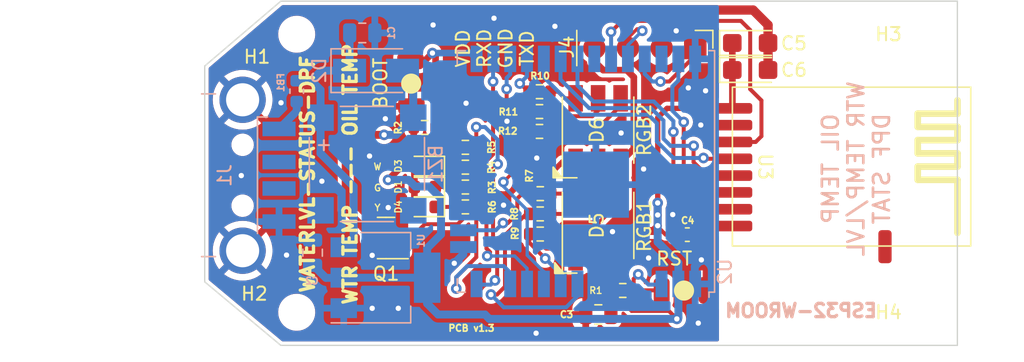
<source format=kicad_pcb>
(kicad_pcb (version 20211014) (generator pcbnew)
  (title_block (comment 4 "AISLER Project ID: KTAIEPWW"))
  (layers (0 "F.Cu" signal) (31 "B.Cu" signal) (34 "B.Paste" user) (35 "F.Paste" user) (36 "B.SilkS" user "B.Silkscreen") (37 "F.SilkS" user "F.Silkscreen") (38 "B.Mask" user) (39 "F.Mask" user) (44 "Edge.Cuts" user))
  (net 0 "")
  (net 1 "GND")
  (net 2 "/VIN")
  (net 3 "/3.3V")
  (net 4 "Net-(D1-Pad1)")
  (net 5 "Net-(BZ1-Pad2)")
  (net 6 "Net-(D3-Pad1)")
  (net 7 "Net-(D4-Pad1)")
  (net 8 "Net-(D5-Pad4)")
  (net 9 "Net-(D5-Pad5)")
  (net 10 "Net-(D5-Pad6)")
  (net 11 "Net-(D6-Pad4)")
  (net 12 "Net-(D6-Pad5)")
  (net 13 "Net-(D6-Pad6)")
  (net 14 "Net-(FB1-Pad1)")
  (net 17 "Net-(J2-Pad2)")
  (net 18 "Net-(J3-Pad2)")
  (net 19 "/STATUS_LED")
  (net 20 "Net-(Q1-Pad1)")
  (net 21 "/WATER_LED")
  (net 22 "/RGB1_G")
  (net 23 "/RGB1_R")
  (net 24 "/RGB1_B")
  (net 25 "/RGB2_G")
  (net 26 "/RGB2_R")
  (net 27 "/RGB2_B")
  (net 28 "Net-(J4-Pad1)")
  (net 29 "Net-(J4-Pad3)")
  (net 30 "/WARNING_BUZZER")
  (net 31 "/NRF_CSN")
  (net 32 "/NRF_SCK")
  (net 33 "/NRF_MOSI")
  (net 34 "/NRF_MISO")
  (net 38 "/NRF_CE")
  (net 40 "/DPF_LED")
  (footprint "mykicad_6:NRF24L01_SMD" (layer "F.Cu") (at 85.6068 25.796 -90)
    (fp_text reference "U3")
    (fp_text value "NRF24L01_SMD")
  )
  (footprint "Resistor_SMD:R_0603_1608Metric" (layer "F.Cu") (at 62.037489 21.640889)
    (fp_text reference "R11")
    (fp_text value "100")
  )
  (footprint "LED_SMD:LED_0603_1608Metric" (layer "F.Cu") (at 53.374989 28.840889 180)
    (fp_text reference "D4")
    (fp_text value "YELLOW_OIL_LED")
  )
  (footprint "MountingHole:MountingHole_2.2mm_M2_DIN965" (layer "F.Cu") (at 43.7 36.8)
    (fp_text reference "H2")
    (fp_text value "MountingHole")
  )
  (footprint "LED_SMD:LED_0603_1608Metric" (layer "F.Cu") (at 53.374989 27.340889 180)
    (fp_text reference "D1")
    (fp_text value "GREEN_LED")
  )
  (footprint "Resistor_SMD:R_0603_1608Metric" (layer "F.Cu") (at 56.437489 27.340889 180)
    (fp_text reference "R3")
    (fp_text value "220")
  )
  (footprint "Resistor_SMD:R_0603_1608Metric" (layer "F.Cu") (at 62.037489 23.140889)
    (fp_text reference "R12")
    (fp_text value "100")
  )
  (footprint "Resistor_SMD:R_0603_1608Metric" (layer "F.Cu") (at 62.037489 20.140889)
    (fp_text reference "R10")
    (fp_text value "100")
  )
  (footprint "LED_SMD:LED_0603_1608Metric" (layer "F.Cu") (at 53.374989 25.7556 180)
    (fp_text reference "D3")
    (fp_text value "WHITE_LED")
  )
  (footprint "MountingHole:MountingHole_2.2mm_M2_DIN965" (layer "F.Cu") (at 91.7 15.8)
    (fp_text reference "H3")
    (fp_text value "MountingHole")
  )
  (footprint "Resistor_SMD:R_0603_1608Metric" (layer "F.Cu") (at 56.437489 25.840889 180)
    (fp_text reference "R4")
    (fp_text value "220")
  )
  (footprint "Capacitor_Tantalum_SMD:CP_EIA-3216-18_Kemet-A" (layer "F.Cu") (at 77.95 16.46)
    (fp_text reference "C5")
    (fp_text value "22uF")
  )
  (footprint "Resistor_SMD:R_0603_1608Metric" (layer "F.Cu") (at 62.09 29.37)
    (fp_text reference "R8")
    (fp_text value "100")
  )
  (footprint "Resistor_SMD:R_0603_1608Metric" (layer "F.Cu") (at 62.095 27.84)
    (fp_text reference "R7")
    (fp_text value "100")
  )
  (footprint "Capacitor_SMD:C_0603_1608Metric" (layer "F.Cu") (at 73.2028 30.9372)
    (fp_text reference "C4")
    (fp_text value "100nF")
  )
  (footprint "Package_TO_SOT_SMD:SOT-23" (layer "F.Cu") (at 50.4444 31.1912 180)
    (fp_text reference "Q1")
    (fp_text value "BC848CLT1G")
  )
  (footprint "LED_SMD:LED_RGB_5050-6" (layer "F.Cu") (at 66.462489 23.040889 90)
    (fp_text reference "D6")
    (fp_text value "LED_RGB")
  )
  (footprint "Connector_PinHeader_2.54mm:PinHeader_1x04_P2.54mm_Vertical" (layer "F.Cu") (at 73.802489 16.840889 -90)
    (fp_text reference "J4")
    (fp_text value "UART")
  )
  (footprint "LED_SMD:LED_RGB_5050-6" (layer "F.Cu") (at 66.462489 30.240889 90)
    (fp_text reference "D5")
    (fp_text value "LED_RGB")
  )
  (footprint "Capacitor_Tantalum_SMD:CP_EIA-3216-18_Kemet-A" (layer "F.Cu") (at 77.95 18.5)
    (fp_text reference "C6")
    (fp_text value "22uF")
  )
  (footprint "MountingHole:MountingHole_2.2mm_M2_DIN965" (layer "F.Cu") (at 43.7 15.8)
    (fp_text reference "H1")
    (fp_text value "MountingHole")
  )
  (footprint "Resistor_SMD:R_0603_1608Metric" (layer "F.Cu") (at 56.437489 24.340889 180)
    (fp_text reference "R5")
    (fp_text value "100")
  )
  (footprint "Capacitor_SMD:C_0805_2012Metric" (layer "F.Cu") (at 66.48 36.97 180)
    (fp_text reference "C3")
    (fp_text value "10uF")
  )
  (footprint "my_kicad:B3U-1000P_Button" (layer "F.Cu") (at 72.962489 35.140889 180)
    (fp_text reference "J2" hide)
    (fp_text value "RST")
  )
  (footprint "MountingHole:MountingHole_2.2mm_M2_DIN965" (layer "F.Cu") (at 91.7 36.8)
    (fp_text reference "H4")
    (fp_text value "MountingHole")
  )
  (footprint "my_kicad:B3U-1000P_Button" (layer "F.Cu") (at 52.362489 19.540889 90)
    (fp_text reference "J3" hide)
    (fp_text value "BOOT")
  )
  (footprint "Resistor_SMD:R_0603_1608Metric" (layer "F.Cu") (at 62.09 30.89)
    (fp_text reference "R9")
    (fp_text value "100")
  )
  (footprint "Resistor_SMD:R_0603_1608Metric" (layer "F.Cu") (at 53.362489 22.840889)
    (fp_text reference "R2")
    (fp_text value "10k")
  )
  (footprint "Resistor_SMD:R_0603_1608Metric" (layer "F.Cu") (at 56.437489 28.840889 180)
    (fp_text reference "R6")
    (fp_text value "220")
  )
  (footprint "Resistor_SMD:R_0603_1608Metric" (layer "F.Cu") (at 68.326 35.1536)
    (fp_text reference "R1")
    (fp_text value "10k")
  )
  (footprint "Capacitor_SMD:C_0805_2012Metric" (layer "B.Cu") (at 44.9 32.3 -90)
    (fp_text reference "C2")
    (fp_text value "10uF")
  )
  (footprint "RF_Module:ESP32-WROOM-32U" (layer "B.Cu") (at 65.54 26.16 90)
    (fp_text reference "U2")
    (fp_text value "ESP32-WROOM-32")
  )
  (footprint "Diode_SMD:D_SMA" (layer "B.Cu") (at 49.69 18.55)
    (fp_text reference "D2")
    (fp_text value "D")
  )
  (footprint "Buzzer_Beeper:PUIAudio_SMT_0825_S_4_R" (layer "B.Cu") (at 49 25.6 -90)
    (fp_text reference "BZ1")
    (fp_text value "Buzzer")
  )
  (footprint "mykicad_6:USB_A_CNCTech_1001-011-01101_Horizontal" (layer "B.Cu") (at 32.7134 26.45 180)
    (fp_text reference "J1")
    (fp_text value "USB_A")
  )
  (footprint "Inductor_SMD:L_0603_1608Metric" (layer "B.Cu") (at 43.7 20.1 90)
    (fp_text reference "FB1")
    (fp_text value "FerriteBead_Small")
  )
  (footprint "Package_TO_SOT_SMD:SOT-223-3_TabPin2" (layer "B.Cu") (at 50.4 34.1884)
    (fp_text reference "U1")
    (fp_text value "NCP1117-3.3_DPAK")
  )
  (footprint "Capacitor_SMD:C_0805_2012Metric" (layer "B.Cu") (at 48.65 15.7 180)
    (fp_text reference "C1")
    (fp_text value "10uF")
  )
  (gr_poly (pts (xy 63.825 33.85) (xy 63.2 33.85) (xy 63.2 33.075)) (layer "F.SilkS") (width 0.15) (fill solid))
  (gr_poly (pts (xy 63.7 26.625) (xy 63.075 26.625) (xy 63.075 25.85)) (layer "F.SilkS") (width 0.15) (fill solid))
  (gr_line (start 93.6 39.3) (end 93.6 13.3) (layer "Edge.Cuts") (width 0.1))
  (gr_line (start 36.75 34.5) (end 36.75 18.2) (layer "Edge.Cuts") (width 0.1))
  (gr_line (start 93.6 13.3) (end 42.5 13.3) (layer "Edge.Cuts") (width 0.1))
  (gr_line (start 36.75 18.2) (end 42.5 13.3) (layer "Edge.Cuts") (width 0.1))
  (gr_line (start 93.6 39.3) (end 42.5 39.3) (layer "Edge.Cuts") (width 0.1))
  (gr_line (start 42.5 39.3) (end 36.75 34.5) (layer "Edge.Cuts") (width 0.1))
  (gr_text "OIL TEMP\nWTR TEMP/LVL\nDPF STAT" (at 85.95 25.96 90) (layer "B.SilkS") (effects (font (size 1.2 1.2) (thickness 0.2)) (justify mirror)))
  (gr_text "ESP32-WROOM\n" (at 81.788 36.6776) (layer "B.SilkS") (effects (font (size 1 1) (thickness 0.25)) (justify mirror)))
  (gr_text "RGB2" (at 69.95 23.025 90) (layer "F.SilkS") (effects (font (size 1 1))))
  (gr_text "W" (at 49.8 25.8) (layer "F.SilkS") (effects (font (size 0.5 0.5) (thickness 0.1))))
  (gr_text "RST\n" (at 72.21 32.75) (layer "F.SilkS") (effects (font (size 1 1))))
  (gr_text "VDD\nRXD\nGND\nTXD\n" (at 58.674 16.8656 90) (layer "F.SilkS") (effects (font (size 1 1))))
  (gr_text "G\n" (at 49.8 27.4) (layer "F.SilkS") (effects (font (size 0.5 0.5) (thickness 0.1))))
  (gr_text "BOOT" (at 50.02 19.51 90) (layer "F.SilkS") (effects (font (size 1 1))))
  (gr_text "PCB v1.3" (at 56.896 38) (layer "F.SilkS") (effects (font (size 0.5 0.5) (thickness 0.125))))
  (gr_text "Y" (at 49.8 28.9) (layer "F.SilkS") (effects (font (size 0.5 0.5) (thickness 0.1))))
  (gr_text "RGB1\n" (at 69.95 30.275 90) (layer "F.SilkS") (effects (font (size 1 1))))
  (gr_text "WATERLVL-STATUS-DPF\n\nWTR TEMP --- OIL TEMP" (at 46.1264 26.3652 90) (layer "F.SilkS") (effects (font (size 1 1) (thickness 0.25))))
  (segment (start 73.6 29.64) (end 73.38 29.42) (width 0.25) (layer "F.Cu") (net 1))
  (segment (start 78.17 13.97) (end 75.06 13.97) (width 0.7) (layer "F.Cu") (net 1))
  (segment (start 73.9778 30.0178) (end 73.6 29.64) (width 0.25) (layer "F.Cu") (net 1))
  (segment (start 50.3936 22.183502) (end 51.419876 22.183502) (width 0.5) (layer "F.Cu") (net 1))
  (segment (start 50.61 28.89) (end 51.3819 29.6619) (width 0.3) (layer "F.Cu") (net 1))
  (segment (start 71.262489 16.640889) (end 72.362489 15.540889) (width 0.3) (layer "F.Cu") (net 1))
  (segment (start 79.3 15.1) (end 78.17 13.97) (width 0.7) (layer "F.Cu") (net 1))
  (segment (start 74.228 22.666) (end 74.2188 22.6568) (width 0.5) (layer "F.Cu") (net 1))
  (segment (start 74.662489 35.140889) (end 74.662489 36.987511) (width 0.6) (layer "F.Cu") (net 1))
  (segment (start 76.6068 22.666) (end 74.228 22.666) (width 0.5) (layer "F.Cu") (net 1))
  (segment (start 51.3819 29.6619) (end 51.3819 30.2412) (width 0.3) (layer "F.Cu") (net 1))
  (segment (start 79.3 18.5) (end 79.3 16.45) (width 0.7) (layer "F.Cu") (net 1))
  (segment (start 74.662489 35.140889) (end 74.662489 33.240889) (width 0.6) (layer "F.Cu") (net 1))
  (segment (start 73.9778 30.9372) (end 73.9778 30.0178) (width 0.25) (layer "F.Cu") (net 1))
  (segment (start 71.262489 16.840889) (end 71.262489 16.640889) (width 0.3) (layer "F.Cu") (net 1))
  (segment (start 51.419876 22.183502) (end 52.362489 21.240889) (width 0.5) (layer "F.Cu") (net 1))
  (segment (start 73.38 29.42) (end 72.1 29.42) (width 0.25) (layer "F.Cu") (net 1))
  (segment (start 74.662489 33.240889) (end 74.262489 32.840889) (width 0.6) (layer "F.Cu") (net 1))
  (segment (start 74.662489 36.987511) (end 73.91 37.86) (width 0.6) (layer "F.Cu") (net 1))
  (segment (start 79.3 16.45) (end 79.3 15.1) (width 0.7) (layer "F.Cu") (net 1))
  (via (at 49.2 25) (size 0.8) (drill 0.4) (layers "F.Cu" "B.Cu") (net 1))
  (via (at 73.276489 19.852889) (size 0.8) (drill 0.4) (layers "F.Cu" "B.Cu") (net 1))
  (via (at 72.362489 15.540889) (size 0.8) (drill 0.4) (layers "F.Cu" "B.Cu") (net 1))
  (via (at 59.58 22.37) (size 0.8) (drill 0.4) (layers "F.Cu" "B.Cu") (net 1))
  (via (at 42.93 32.48) (size 0.8) (drill 0.4) (layers "F.Cu" "B.Cu") (net 1))
  (via (at 51.37 36.5) (size 0.8) (drill 0.4) (layers "F.Cu" "B.Cu") (net 1))
  (via (at 72.1 29.42) (size 0.8) (drill 0.4) (layers "F.Cu" "B.Cu") (net 1))
  (via (at 74.2188 22.6568) (size 0.8) (drill 0.4) (layers "F.Cu" "B.Cu") (net 1))
  (via (at 55.6 33.1) (size 0.8) (drill 0.4) (layers "F.Cu" "B.Cu") (net 1))
  (via (at 39.5134 26.475) (size 0.8) (drill 0.4) (layers "F.Cu" "B.Cu") (net 1))
  (via (at 56.49 21.01) (size 0.8) (drill 0.4) (layers "F.Cu" "B.Cu") (net 1))
  (via (at 45.6 26.9) (size 0.8) (drill 0.4) (layers "F.Cu" "B.Cu") (net 1))
  (via (at 63.2 15.2) (size 0.8) (drill 0.4) (layers "F.Cu" "B.Cu") (net 1))
  (via (at 58.6 14.59) (size 0.8) (drill 0.4) (layers "F.Cu" "B.Cu") (net 1))
  (via (at 50.3936 22.183502) (size 0.8) (drill 0.4) (layers "F.Cu" "B.Cu") (net 1))
  (via (at 50.61 28.89) (size 0.8) (drill 0.4) (layers "F.Cu" "B.Cu") (net 1))
  (via (at 49.4 32.5) (size 0.8) (drill 0.4) (layers "F.Cu" "B.Cu") (net 1))
  (via (at 68.2 23.26) (size 0.8) (drill 0.4) (layers "F.Cu" "B.Cu") (net 1))
  (via (at 59.32 28.71) (size 0.8) (drill 0.4) (layers "F.Cu" "B.Cu") (net 1))
  (via (at 42.5134 20.975) (size 0.8) (drill 0.4) (layers "F.Cu" "B.Cu") (net 1))
  (via (at 69.9 25.98) (size 0.8) (drill 0.4) (layers "F.Cu" "B.Cu") (net 1))
  (via (at 61.83 25.15) (size 0.8) (drill 0.4) (layers "F.Cu" "B.Cu") (net 1))
  (via (at 74.262489 32.840889) (size 0.8) (drill 0.4) (layers "F.Cu" "B.Cu") (net 1))
  (via (at 49.4 36.5) (size 0.8) (drill 0.4) (layers "F.Cu" "B.Cu") (net 1))
  (via (at 67.55 30.71) (size 0.8) (drill 0.4) (layers "F.Cu" "B.Cu") (net 1))
  (via (at 74.58 20.07) (size 0.8) (drill 0.4) (layers "F.Cu" "B.Cu") (net 1))
  (via (at 70.275 32.7) (size 0.8) (drill 0.4) (layers "F.Cu" "B.Cu") (net 1))
  (via (at 74.03 37.62) (size 0.8) (drill 0.4) (layers "F.Cu" "B.Cu") (net 1))
  (via (at 54 15.1) (size 0.8) (drill 0.4) (layers "F.Cu" "B.Cu") (net 1))
  (via (at 61.78 38.38) (size 0.8) (drill 0.4) (layers "F.Cu" "B.Cu") (net 1))
  (segment (start 73.767489 35.165889) (end 73.767489 33.335889) (width 0.6) (layer "B.Cu") (net 1))
  (segment (start 56.277 32.423) (end 55.6 33.1) (width 0.6) (layer "B.Cu") (net 1))
  (segment (start 73.767489 33.335889) (end 74.262489 32.840889) (width 0.6) (layer "B.Cu") (net 1))
  (segment (start 73.795 19.334378) (end 73.276489 19.852889) (width 0.3) (layer "B.Cu") (net 1))
  (segment (start 56.277 31.9278) (end 56.277 32.423) (width 0.6) (layer "B.Cu") (net 1))
  (segment (start 73.795 17.66) (end 73.795 19.334378) (width 0.3) (layer "B.Cu") (net 1))
  (segment (start 43.7125 19.3) (end 43.7 19.3125) (width 0.6) (layer "B.Cu") (net 2))
  (segment (start 45.5 22.1) (end 45.5 20) (width 0.6) (layer "B.Cu") (net 2))
  (segment (start 48 27.3) (end 48 31.1384) (width 0.6) (layer "B.Cu") (net 2))
  (segment (start 45.5 24.8) (end 48 27.3) (width 0.6) (layer "B.Cu") (net 2))
  (segment (start 47.69 15.71) (end 47.7 15.7) (width 0.6) (layer "B.Cu") (net 2))
  (segment (start 45.5 20) (end 44.8 19.3) (width 0.6) (layer "B.Cu") (net 2))
  (segment (start 44.8 19.3) (end 43.7125 19.3) (width 0.6) (layer "B.Cu") (net 2))
  (segment (start 45.5 22.1) (end 45.5 24.8) (width 0.6) (layer "B.Cu") (net 2))
  (segment (start 48 31.1384) (end 47.25 31.8884) (width 0.6) (layer "B.Cu") (net 2))
  (segment (start 45.55 18.55) (end 44.8 19.3) (width 0.6) (layer "B.Cu") (net 2))
  (segment (start 47.69 18.55) (end 45.55 18.55) (width 0.6) (layer "B.Cu") (net 2))
  (segment (start 47.69 18.55) (end 47.69 15.71) (width 0.6) (layer "B.Cu") (net 2))
  (segment (start 66.182489 17.842489) (end 66.85 18.51) (width 0.5) (layer "F.Cu") (net 3))
  (segment (start 69 36.7) (end 67.501 35.201) (width 0.3) (layer "F.Cu") (net 3))
  (segment (start 71.81 36.7) (end 69 36.7) (width 0.3) (layer "F.Cu") (net 3))
  (segment (start 62.55 31.94) (end 64.0616 31.94) (width 0.4) (layer "F.Cu") (net 3))
  (segment (start 70.962489 29.557511) (end 70.962489 28.540889) (width 0.6) (layer "F.Cu") (net 3))
  (segment (start 64.0616 31.94) (end 64.762489 32.640889) (width 0.4) (layer "F.Cu") (net 3))
  (segment (start 69.4 30.66) (end 70.64 30.66) (width 0.6) (layer "F.Cu") (net 3))
  (segment (start 76.6 16.45) (end 76.6 18.5) (width 0.5) (layer "F.Cu") (net 3))
  (segment (start 68.162489 31.897511) (end 69.4 30.66) (width 0.6) (layer "F.Cu") (net 3))
  (segment (start 76.6068 18.5068) (end 76.6 18.5) (width 0.5) (layer "F.Cu") (net 3))
  (segment (start 67.43 35.2246) (end 67.43 36.97) (width 0.3) (layer "F.Cu") (net 3))
  (segment (start 76.6068 21.396) (end 76.6068 18.5068) (width 0.5) (layer "F.Cu") (net 3))
  (segment (start 66.462489 25.440889) (end 68.162489 25.440889) (width 0.4) (layer "F.Cu") (net 3))
  (segment (start 52.537489 25.7056) (end 52.587489 25.7556) (width 0.5) (layer "F.Cu") (net 3))
  (segment (start 62.09 27.12) (end 62.09 31.48) (width 0.4) (layer "F.Cu") (net 3))
  (segment (start 52.587489 25.7556) (end 52.587489 27.340889) (width 0.5) (layer "F.Cu") (net 3))
  (segment (start 66.85 18.51) (end 68.63 18.51) (width 0.5) (layer "F.Cu") (net 3))
  (segment (start 70.9676 22.098) (end 70.9676 28.535778) (width 0.4) (layer "F.Cu") (net 3))
  (segment (start 70.64 30.66) (end 70.962489 30.337511) (width 0.6) (layer "F.Cu") (net 3))
  (segment (start 71.6696 21.396) (end 70.9676 22.098) (width 0.4) (layer "F.Cu") (net 3))
  (segment (start 66.182489 16.840889) (end 66.182489 17.842489) (width 0.5) (layer "F.Cu") (net 3))
  (segment (start 68.162489 32.640889) (end 66.462489 32.640889) (width 0.6) (layer "F.Cu") (net 3))
  (segment (start 69.162489 19.042489) (end 69.162489 24.440889) (width 0.5) (layer "F.Cu") (net 3))
  (segment (start 68.162489 32.640889) (end 68.162489 31.897511) (width 0.6) (layer "F.Cu") (net 3))
  (segment (start 71.562178 30.9372) (end 70.962489 30.337511) (width 0.3) (layer "F.Cu") (net 3))
  (segment (start 76.6068 21.396) (end 71.6696 21.396) (width 0.4) (layer "F.Cu") (net 3))
  (segment (start 51.6444 25.7556) (end 52.587489 25.7556) (width 0.5) (layer "F.Cu") (net 3))
  (segment (start 67.501 35.201) (end 67.501 35.1536) (width 0.3) (layer "F.Cu") (net 3))
  (segment (start 50.6 26.8) (end 51.6444 25.7556) (width 0.5) (layer "F.Cu") (net 3))
  (segment (start 72.4278 30.9372) (end 71.562178 30.9372) (width 0.3) (layer "F.Cu") (net 3))
  (segment (start 67.501 35.1536) (end 67.43 35.2246) (width 0.3) (layer "F.Cu") (net 3))
  (segment (start 70.962489 30.337511) (end 70.962489 30.257511) (width 0.6) (layer "F.Cu") (net 3))
  (segment (start 52.537489 22.840889) (end 52.537489 25.7056) (width 0.5) (layer "F.Cu") (net 3))
  (segment (start 70.962489 30.257511) (end 70.962489 29.557511) (width 0.6) (layer "F.Cu") (net 3))
  (segment (start 68.63 18.51) (end 69.162489 19.042489) (width 0.5) (layer "F.Cu") (net 3))
  (segment (start 72.41 37.3) (end 71.81 36.7) (width 0.3) (layer "F.Cu") (net 3))
  (segment (start 64.762489 32.640889) (end 66.462489 32.640889) (width 0.6) (layer "F.Cu") (net 3))
  (segment (start 52.587489 28.840889) (end 52.587489 27.340889) (width 0.5) (layer "F.Cu") (net 3))
  (segment (start 69.162489 24.440889) (end 68.162489 25.440889) (width 0.5) (layer "F.Cu") (net 3))
  (segment (start 70.9676 28.535778) (end 70.962489 28.540889) (width 0.4) (layer "F.Cu") (net 3))
  (segment (start 63.769111 25.440889) (end 62.09 27.12) (width 0.4) (layer "F.Cu") (net 3))
  (segment (start 62.09 31.48) (end 62.55 31.94) (width 0.4) (layer "F.Cu") (net 3))
  (segment (start 64.762489 25.440889) (end 63.769111 25.440889) (width 0.4) (layer "F.Cu") (net 3))
  (segment (start 64.762489 25.440889) (end 66.462489 25.440889) (width 0.4) (layer "F.Cu") (net 3))
  (via (at 70.962489 30.257511) (size 0.6) (drill 0.4) (layers "F.Cu" "B.Cu") (net 3))
  (via (at 50.6 26.8) (size 0.8) (drill 0.4) (layers "F.Cu" "B.Cu") (net 3))
  (via (at 72.41 37.3) (size 0.8) (drill 0.4) (layers "F.Cu" "B.Cu") (net 3))
  (via (at 70.962489 29.45) (size 0.6) (drill 0.4) (layers "F.Cu" "B.Cu") (net 3))
  (via (at 70.962489 28.540889) (size 0.8) (drill 0.4) (layers "F.Cu" "B.Cu") (net 3))
  (segment (start 72.53 37.18) (end 72.53 34.665) (width 0.6) (layer "B.Cu") (net 3))
  (segment (start 52.6492 27.3) (end 53.699022 27.3) (width 0.6) (layer "B.Cu") (net 3))
  (segment (start 72.525 33.06) (end 70.962489 31.497489) (width 0.6) (layer "B.Cu") (net 3))
  (segment (start 50.6 26.8) (end 52.1492 26.8) (width 0.6) (layer "B.Cu") (net 3))
  (segment (start 70.962489 31.497489) (end 70.962489 28.540889) (width 0.6) (layer "B.Cu") (net 3))
  (segment (start 47.2384 34.2) (end 47.25 34.1884) (width 0.6) (layer "B.Cu") (net 3))
  (segment (start 52.1492 26.8) (end 52.6492 27.3) (width 0.6) (layer "B.Cu") (net 3))
  (segment (start 53.55 36.14) (end 53.55 34.1884) (width 0.6) (layer "B.Cu") (net 3))
  (segment (start 45.9 34.2) (end 47.2384 34.2) (width 0.6) (layer "B.Cu") (net 3))
  (segment (start 72.525 34.66) (end 72.525 33.06) (width 0.6) (layer "B.Cu") (net 3))
  (segment (start 54.38 36.97) (end 53.55 36.14) (width 0.6) (layer "B.Cu") (net 3))
  (segment (start 54.6 30.91) (end 53.55 31.96) (width 0.6) (layer "B.Cu") (net 3))
  (segment (start 53.699022 27.3) (end 54.6 28.200978) (width 0.6) (layer "B.Cu") (net 3))
  (segment (start 54.6 28.200978) (end 54.6 30.91) (width 0.6) (layer "B.Cu") (net 3))
  (segment (start 72.41 37.3) (end 72.53 37.18) (width 0.6) (layer "B.Cu") (net 3))
  (segment (start 72.41 37.3) (end 58.25 37.3) (width 0.6) (layer "B.Cu") (net 3))
  (segment (start 47.25 34.1884) (end 53.55 34.1884) (width 0.6) (layer "B.Cu") (net 3))
  (segment (start 44.95 33.25) (end 45.9 34.2) (width 0.6) (layer "B.Cu") (net 3))
  (segment (start 58.25 37.3) (end 57.92 36.97) (width 0.6) (layer "B.Cu") (net 3))
  (segment (start 53.55 31.96) (end 53.55 34.1884) (width 0.6) (layer "B.Cu") (net 3))
  (segment (start 44.9 33.25) (end 44.95 33.25) (width 0.6) (layer "B.Cu") (net 3))
  (segment (start 57.92 36.97) (end 54.38 36.97) (width 0.6) (layer "B.Cu") (net 3))
  (segment (start 54.162489 27.340889) (end 55.612489 27.340889) (width 0.3) (layer "F.Cu") (net 4))
  (segment (start 47.4 24.5) (end 47.4 29.0843) (width 0.6) (layer "F.Cu") (net 5))
  (segment (start 47.4 29.0843) (end 49.5069 31.1912) (width 0.6) (layer "F.Cu") (net 5))
  (segment (start 50.3 23.4) (end 48.5 23.4) (width 0.6) (layer "F.Cu") (net 5))
  (segment (start 48.5 23.4) (end 47.4 24.5) (width 0.6) (layer "F.Cu") (net 5))
  (via (at 50.3 23.4) (size 0.8) (drill 0.4) (layers "F.Cu" "B.Cu") (net 5))
  (segment (start 51.69 18.55) (end 52.5 19.36) (width 0.6) (layer "B.Cu") (net 5))
  (segment (start 52.5 19.36) (end 52.5 22.1) (width 0.6) (layer "B.Cu") (net 5))
  (segment (start 52.5 22.1) (end 51.2 23.4) (width 0.6) (layer "B.Cu") (net 5))
  (segment (start 51.2 23.4) (end 50.3 23.4) (width 0.6) (layer "B.Cu") (net 5))
  (segment (start 54.856311 24.340889) (end 55.612489 24.340889) (width 0.5) (layer "F.Cu") (net 6))
  (segment (start 54.162489 25.034711) (end 54.856311 24.340889) (width 0.5) (layer "F.Cu") (net 6))
  (segment (start 54.162489 25.7556) (end 54.162489 25.034711) (width 0.5) (layer "F.Cu") (net 6))
  (segment (start 55.612489 28.840889) (end 54.162489 28.840889) (width 0.3) (layer "F.Cu") (net 7))
  (segment (start 68.162489 28.390889) (end 68.162489 27.840889) (width 0.3) (layer "F.Cu") (net 8))
  (segment (start 66.543378 30.01) (end 68.162489 28.390889) (width 0.3) (layer "F.Cu") (net 8))
  (segment (start 63.86 30.01) (end 66.543378 30.01) (width 0.3) (layer "F.Cu") (net 8))
  (segment (start 62.915 30.89) (end 62.98 30.89) (width 0.3) (layer "F.Cu") (net 8))
  (segment (start 62.98 30.89) (end 63.86 30.01) (width 0.3) (layer "F.Cu") (net 8))
  (segment (start 62.915 29.37) (end 66.04 29.37) (width 0.3) (layer "F.Cu") (net 9))
  (segment (start 66.04 29.37) (end 66.462489 28.947511) (width 0.3) (layer "F.Cu") (net 9))
  (segment (start 66.462489 28.947511) (end 66.462489 27.840889) (width 0.3) (layer "F.Cu") (net 9))
  (segment (start 64.7616 27.84) (end 64.762489 27.840889) (width 0.3) (layer "F.Cu") (net 10))
  (segment (start 62.92 27.84) (end 64.7616 27.84) (width 0.3) (layer "F.Cu") (net 10))
  (segment (start 62.862489 23.140889) (end 63.329111 23.140889) (width 0.3) (layer "F.Cu") (net 11))
  (segment (start 68.162489 21.190889) (end 68.162489 20.640889) (width 0.3) (layer "F.Cu") (net 11))
  (segment (start 66.643378 22.71) (end 68.162489 21.190889) (width 0.3) (layer "F.Cu") (net 11))
  (segment (start 63.76 22.71) (end 66.643378 22.71) (width 0.3) (layer "F.Cu") (net 11))
  (segment (start 63.329111 23.140889) (end 63.76 22.71) (width 0.3) (layer "F.Cu") (net 11))
  (segment (start 63.920889 21.990889) (end 66.029111 21.990889) (width 0.3) (layer "F.Cu") (net 12))
  (segment (start 63.570889 21.640889) (end 63.920889 21.990889) (width 0.3) (layer "F.Cu") (net 12))
  (segment (start 63.570889 21.640889) (end 62.862489 21.640889) (width 0.3) (layer "F.Cu") (net 12))
  (segment (start 66.462489 21.557511) (end 66.462489 20.640889) (width 0.3) (layer "F.Cu") (net 12))
  (segment (start 66.029111 21.990889) (end 66.462489 21.557511) (width 0.3) (layer "F.Cu") (net 12))
  (segment (start 63.950889 20.640889) (end 64.762489 20.640889) (width 0.3) (layer "F.Cu") (net 13))
  (segment (start 63.450889 20.140889) (end 63.950889 20.640889) (width 0.3) (layer "F.Cu") (net 13))
  (segment (start 62.862489 20.140889) (end 63.450889 20.140889) (width 0.3) (layer "F.Cu") (net 13))
  (segment (start 43.7 20.8875) (end 43.7 21.6134) (width 0.6) (layer "B.Cu") (net 14))
  (segment (start 43.7 21.6134) (end 42.3634 22.95) (width 0.6) (layer "B.Cu") (net 14))
  (segment (start 71.192489 35.140889) (end 71.262489 35.210889) (width 0.3) (layer "F.Cu") (net 17))
  (segment (start 69.4944 33.9344) (end 69.151 34.2778) (width 0.3) (layer "F.Cu") (net 17))
  (segment (start 69.262489 35.140889) (end 71.192489 35.140889) (width 0.3) (layer "F.Cu") (net 17))
  (segment (start 69.151 34.2778) (end 69.151 35.1536) (width 0.3) (layer "F.Cu") (net 17))
  (via (at 69.4944 33.9344) (size 0.8) (drill 0.4) (layers "F.Cu" "B.Cu") (net 17))
  (segment (start 69.4944 33.9344) (end 70.27 34.71) (width 0.3) (layer "B.Cu") (net 17))
  (segment (start 70.27 34.71) (end 71.2442 34.71) (width 0.3) (layer "B.Cu") (net 17))
  (segment (start 53.329911 17.840889) (end 52.292489 17.840889) (width 0.5) (layer "F.Cu") (net 18))
  (segment (start 54.187489 17.459089) (end 54.187489 22.840889) (width 0.5) (layer "F.Cu") (net 18))
  (segment (start 53.9496 17.2212) (end 54.187489 17.459089) (width 0.5) (layer "F.Cu") (net 18))
  (segment (start 53.9496 17.2212) (end 53.329911 17.840889) (width 0.5) (layer "F.Cu") (net 18))
  (via (at 53.9496 17.2212) (size 0.8) (drill 0.4) (layers "F.Cu" "B.Cu") (net 18))
  (segment (start 56.8462 17.2212) (end 57.285 17.66) (width 0.5) (layer "B.Cu") (net 18))
  (segment (start 53.9496 17.2212) (end 56.8462 17.2212) (width 0.5) (layer "B.Cu") (net 18))
  (segment (start 58.03 31.979057) (end 58.03 27.7084) (width 0.3) (layer "F.Cu") (net 19))
  (segment (start 57.662489 27.340889) (end 57.262489 27.340889) (width 0.3) (layer "F.Cu") (net 19))
  (segment (start 58.03 27.7084) (end 57.662489 27.340889) (width 0.3) (layer "F.Cu") (net 19))
  (segment (start 58.09 32.476835) (end 58.308889 32.257946) (width 0.25) (layer "F.Cu") (net 19))
  (segment (start 58.09 32.55) (end 58.09 32.476835) (width 0.25) (layer "F.Cu") (net 19))
  (segment (start 58.308889 32.257946) (end 58.03 31.979057) (width 0.3) (layer "F.Cu") (net 19))
  (via (at 58.09 32.55) (size 0.8) (drill 0.4) (layers "F.Cu" "B.Cu") (net 19))
  (segment (start 61.095 34.66) (end 61.095 33.485) (width 0.25) (layer "B.Cu") (net 19))
  (segment (start 60.16 32.55) (end 58.09 32.55) (width 0.25) (layer "B.Cu") (net 19))
  (segment (start 61.095 33.485) (end 60.16 32.55) (width 0.25) (layer "B.Cu") (net 19))
  (segment (start 56.43 26.6584) (end 56.43 29.5744) (width 0.3) (layer "F.Cu") (net 20))
  (segment (start 55.855809 30.148591) (end 53.374509 30.148591) (width 0.3) (layer "F.Cu") (net 20))
  (segment (start 53.374509 30.148591) (end 51.3819 32.1412) (width 0.3) (layer "F.Cu") (net 20))
  (segment (start 56.43 29.5744) (end 55.855809 30.148591) (width 0.3) (layer "F.Cu") (net 20))
  (segment (start 55.612489 25.840889) (end 56.43 26.6584) (width 0.3) (layer "F.Cu") (net 20))
  (segment (start 58.84 32.081951) (end 58.53 31.771951) (width 0.3) (layer "F.Cu") (net 21))
  (segment (start 58.674 34.3916) (end 58.84 34.2256) (width 0.3) (layer "F.Cu") (net 21))
  (segment (start 58.84 34.2256) (end 58.84 32.081951) (width 0.3) (layer "F.Cu") (net 21))
  (segment (start 58.53 25.9504) (end 58.8772 25.6032) (width 0.3) (layer "F.Cu") (net 21))
  (segment (start 58.53 31.771951) (end 58.53 25.9504) (width 0.3) (layer "F.Cu") (net 21))
  (segment (start 57.26 22.81) (end 57.262489 22.812489) (width 0.3) (layer "F.Cu") (net 21))
  (segment (start 57.262489 22.812489) (end 57.262489 24.340889) (width 0.3) (layer "F.Cu") (net 21))
  (via (at 58.8772 25.6032) (size 0.8) (drill 0.4) (layers "F.Cu" "B.Cu") (net 21))
  (via (at 57.26 22.81) (size 0.8) (drill 0.4) (layers "F.Cu" "B.Cu") (net 21))
  (via (at 58.674 34.3916) (size 0.8) (drill 0.4) (layers "F.Cu" "B.Cu") (net 21))
  (segment (start 57.26 22.81) (end 57.92 22.81) (width 0.3) (layer "B.Cu") (net 21))
  (segment (start 57.277 34.7128) (end 58.3528 34.7128) (width 0.3) (layer "B.Cu") (net 21))
  (segment (start 58.3528 34.7128) (end 58.674 34.3916) (width 0.3) (layer "B.Cu") (net 21))
  (segment (start 58.8772 23.7672) (end 58.8772 25.6032) (width 0.3) (layer "B.Cu") (net 21))
  (segment (start 57.92 22.81) (end 58.8772 23.7672) (width 0.3) (layer "B.Cu") (net 21))
  (segment (start 59.2795 30.06) (end 59.642894 30.06) (width 0.3) (layer "F.Cu") (net 22))
  (segment (start 60.36 29.342894) (end 60.36 28.21) (width 0.3) (layer "F.Cu") (net 22))
  (segment (start 59.642894 30.06) (end 60.36 29.342894) (width 0.3) (layer "F.Cu") (net 22))
  (segment (start 60.73 27.84) (end 61.27 27.84) (width 0.3) (layer "F.Cu") (net 22))
  (segment (start 60.36 28.21) (end 60.73 27.84) (width 0.3) (layer "F.Cu") (net 22))
  (via (at 59.2795 30.06) (size 0.8) (drill 0.4) (layers "F.Cu" "B.Cu") (net 22))
  (segment (start 58.7345 30.605) (end 56.285 30.605) (width 0.3) (layer "B.Cu") (net 22))
  (segment (start 59.2795 30.06) (end 58.7345 30.605) (width 0.3) (layer "B.Cu") (net 22))
  (segment (start 59.43 30.98) (end 61.04 29.37) (width 0.3) (layer "F.Cu") (net 23))
  (segment (start 61.04 29.37) (end 61.265 29.37) (width 0.3) (layer "F.Cu") (net 23))
  (segment (start 58.827908 35.462092) (end 59.43 34.86) (width 0.3) (layer "F.Cu") (net 23))
  (segment (start 59.43 34.86) (end 59.43 30.98) (width 0.3) (layer "F.Cu") (net 23))
  (segment (start 58.370486 35.462092) (end 58.827908 35.462092) (width 0.3) (layer "F.Cu") (net 23))
  (via (at 58.370486 35.462092) (size 0.8) (drill 0.4) (layers "F.Cu" "B.Cu") (net 23))
  (segment (start 64.905 34.66) (end 64.905 35.57057) (width 0.3) (layer "B.Cu") (net 23))
  (segment (start 59.331994 36.4236) (end 58.370486 35.462092) (width 0.3) (layer "B.Cu") (net 23))
  (segment (start 64.05197 36.4236) (end 59.331994 36.4236) (width 0.3) (layer "B.Cu") (net 23))
  (segment (start 64.905 35.57057) (end 64.05197 36.4236) (width 0.3) (layer "B.Cu") (net 23))
  (segment (start 62.47 32.74) (end 61.265 31.535) (width 0.3) (layer "F.Cu") (net 24))
  (segment (start 61.265 31.535) (end 61.265 30.89) (width 0.3) (layer "F.Cu") (net 24))
  (via (at 62.47 32.74) (size 0.8) (drill 0.4) (layers "F.Cu" "B.Cu") (net 24))
  (segment (start 63.635 33.905) (end 63.635 34.66) (width 0.3) (layer "B.Cu") (net 24))
  (segment (start 62.47 32.74) (end 63.635 33.905) (width 0.3) (layer "B.Cu") (net 24))
  (segment (start 60.546989 19.52112) (end 60.59272 19.52112) (width 0.3) (layer "F.Cu") (net 25))
  (segment (start 60.59272 19.52112) (end 61.212489 20.140889) (width 0.3) (layer "F.Cu") (net 25))
  (via (at 60.546989 19.52112) (size 0.8) (drill 0.4) (layers "F.Cu" "B.Cu") (net 25))
  (segment (start 61.087 18.981109) (end 60.546989 19.52112) (width 0.3) (layer "B.Cu") (net 25))
  (segment (start 61.087 17.7128) (end 61.087 18.981109) (width 0.3) (layer "B.Cu") (net 25))
  (segment (start 59.555878 19.930512) (end 59.555878 21.034278) (width 0.3) (layer "F.Cu") (net 26))
  (segment (start 60.162489 21.640889) (end 61.212489 21.640889) (width 0.3) (layer "F.Cu") (net 26))
  (segment (start 59.555878 21.034278) (end 60.162489 21.640889) (width 0.3) (layer "F.Cu") (net 26))
  (via (at 59.555878 19.930512) (size 0.8) (drill 0.4) (layers "F.Cu" "B.Cu") (net 26))
  (segment (start 59.825 18.825) (end 59.825 17.66) (width 0.3) (layer "B.Cu") (net 26))
  (segment (start 59.555878 19.930512) (end 59.555878 19.094122) (width 0.3) (layer "B.Cu") (net 26))
  (segment (start 59.555878 19.094122) (end 59.825 18.825) (width 0.3) (layer "B.Cu") (net 26))
  (segment (start 60.16 26.11) (end 60.16 24.193378) (width 0.25) (layer "F.Cu") (net 27))
  (segment (start 59.31 26.96) (end 60.16 26.11) (width 0.25) (layer "F.Cu") (net 27))
  (segment (start 60.16 24.193378) (end 61.212489 23.140889) (width 0.25) (layer "F.Cu") (net 27))
  (via (at 59.31 26.96) (size 0.8) (drill 0.4) (layers "F.Cu" "B.Cu") (net 27))
  (segment (start 59.31 27.29) (end 61.11 29.09) (width 0.25) (layer "B.Cu") (net 27))
  (segment (start 62.365 34.66) (end 62.365 33.745) (width 0.3) (layer "B.Cu") (net 27))
  (segment (start 61.11 29.09) (end 61.11 32.49) (width 0.25) (layer "B.Cu") (net 27))
  (segment (start 61.11 32.49) (end 62.365 33.745) (width 0.25) (layer "B.Cu") (net 27))
  (segment (start 59.31 26.96) (end 59.31 27.29) (width 0.25) (layer "B.Cu") (net 27))
  (segment (start 71.833378 19.37) (end 73.802489 17.400889) (width 0.3) (layer "F.Cu") (net 28))
  (segment (start 73.802489 17.400889) (end 73.802489 16.840889) (width 0.3) (layer "F.Cu") (net 28))
  (segment (start 71.17 19.37) (end 71.833378 19.37) (width 0.3) (layer "F.Cu") (net 28))
  (via (at 71.17 19.37) (size 0.8) (drill 0.4) (layers "F.Cu" "B.Cu") (net 28))
  (segment (start 70.56 19.37) (end 69.985 18.795) (width 0.3) (layer "B.Cu") (net 28))
  (segment (start 69.985 18.795) (end 69.985 17.66) (width 0.3) (layer "B.Cu") (net 28))
  (segment (start 71.17 19.37) (end 70.56 19.37) (width 0.3) (layer "B.Cu") (net 28))
  (segment (start 69.4 15.4) (end 68.722489 16.077511) (width 0.25) (layer "F.Cu") (net 29))
  (segment (start 69.6605 15.4) (end 69.4 15.4) (width 0.25) (layer "F.Cu") (net 29))
  (segment (start 68.722489 16.077511) (end 68.722489 16.840889) (width 0.25) (layer "F.Cu") (net 29))
  (segment (start 69.8 15.5395) (end 69.6605 15.4) (width 0.25) (layer "F.Cu") (net 29))
  (via (at 69.8 15.5395) (size 0.8) (drill 0.4) (layers "F.Cu" "B.Cu") (net 29))
  (segment (start 69.8 15.5395) (end 68.715 16.6245) (width 0.25) (layer "B.Cu") (net 29))
  (segment (start 68.715 16.6245) (end 68.715 17.66) (width 0.25) (layer "B.Cu") (net 29))
  (segment (start 58.53 24.87) (end 58.53 19.37) (width 0.3) (layer "F.Cu") (net 30))
  (segment (start 57.262489 25.840889) (end 57.559111 25.840889) (width 0.3) (layer "F.Cu") (net 30))
  (segment (start 57.559111 25.840889) (end 58.53 24.87) (width 0.3) (layer "F.Cu") (net 30))
  (via (at 58.53 19.37) (size 0.8) (drill 0.4) (layers "F.Cu" "B.Cu") (net 30))
  (segment (start 58.53 17.685) (end 58.555 17.66) (width 0.3) (layer "B.Cu") (net 30))
  (segment (start 58.53 19.37) (end 58.53 17.685) (width 0.3) (layer "B.Cu") (net 30))
  (segment (start 74.422 25.146) (end 74.482 25.206) (width 0.3) (layer "F.Cu") (net 31))
  (segment (start 74.482 25.206) (end 76.6068 25.206) (width 0.3) (layer "F.Cu") (net 31))
  (via (at 74.422 25.146) (size 0.8) (drill 0.4) (layers "F.Cu" "B.Cu") (net 31))
  (segment (start 65.19784 21.87784) (end 70.256521 21.87784) (width 0.3) (layer "B.Cu") (net 31))
  (segment (start 70.9 23.898398) (end 72.147602 25.146) (width 0.3) (layer "B.Cu") (net 31))
  (segment (start 62.357 19.037) (end 65.19784 21.87784) (width 0.3) (layer "B.Cu") (net 31))
  (segment (start 70.9 22.521319) (end 70.9 23.898398) (width 0.3) (layer "B.Cu") (net 31))
  (segment (start 70.256521 21.87784) (end 70.9 22.521319) (width 0.3) (layer "B.Cu") (net 31))
  (segment (start 72.147602 25.146) (end 74.422 25.146) (width 0.3) (layer "B.Cu") (net 31))
  (segment (start 62.357 17.7128) (end 62.357 19.037) (width 0.3) (layer "B.Cu") (net 31))
  (segment (start 73.672 25.456661) (end 74.691339 26.476) (width 0.3) (layer "F.Cu") (net 32))
  (segment (start 74.691339 26.476) (end 76.6068 26.476) (width 0.3) (layer "F.Cu") (net 32))
  (segment (start 73.672 24.238) (end 73.672 25.456661) (width 0.3) (layer "F.Cu") (net 32))
  (segment (start 73.68 24.23) (end 73.672 24.238) (width 0.3) (layer "F.Cu") (net 32))
  (via (at 73.68 24.23) (size 0.8) (drill 0.4) (layers "F.Cu" "B.Cu") (net 32))
  (segment (start 71.4 23.69197) (end 71.4 22.314213) (width 0.3) (layer "B.Cu") (net 32))
  (segment (start 73.68 24.23) (end 71.93803 24.23) (width 0.3) (layer "B.Cu") (net 32))
  (segment (start 71.93803 24.23) (end 71.4 23.69197) (width 0.3) (layer "B.Cu") (net 32))
  (segment (start 71.4 22.314213) (end 70.464107 21.37832) (width 0.3) (layer "B.Cu") (net 32))
  (segment (start 70.464107 21.37832) (end 65.782293 21.37832) (width 0.3) (layer "B.Cu") (net 32))
  (segment (start 65.782293 21.37832) (end 63.627 19.223028) (width 0.3) (layer "B.Cu") (net 32))
  (segment (start 63.627 19.223028) (end 63.627 17.7128) (width 0.3) (layer "B.Cu") (net 32))
  (segment (start 72.93 22.43) (end 72.93 25.76) (width 0.3) (layer "F.Cu") (net 33))
  (segment (start 74.916 27.746) (end 76.6068 27.746) (width 0.3) (layer "F.Cu") (net 33))
  (segment (start 72.93 25.76) (end 74.916 27.746) (width 0.3) (layer "F.Cu") (net 33))
  (via (at 72.93 22.43) (size 0.8) (drill 0.4) (layers "F.Cu" "B.Cu") (net 33))
  (segment (start 72.07 21.57) (end 72.07 19.75) (width 0.3) (layer "B.Cu") (net 33))
  (segment (start 72.525 19.295) (end 72.525 17.66) (width 0.3) (layer "B.Cu") (net 33))
  (segment (start 72.07 19.75) (end 72.525 19.295) (width 0.3) (layer "B.Cu") (net 33))
  (segment (start 72.93 22.43) (end 72.07 21.57) (width 0.3) (layer "B.Cu") (net 33))
  (segment (start 72.15 26.14) (end 72.15 23.17) (width 0.3) (layer "F.Cu") (net 34))
  (segment (start 76.6068 29.016) (end 75.026 29.016) (width 0.3) (layer "F.Cu") (net 34))
  (segment (start 73.91 27.9) (end 72.15 26.14) (width 0.3) (layer "F.Cu") (net 34))
  (segment (start 75.026 29.016) (end 73.91 27.9) (width 0.3) (layer "F.Cu") (net 34))
  (via (at 72.15 23.17) (size 0.8) (drill 0.4) (layers "F.Cu" "B.Cu") (net 34))
  (segment (start 72.15 23.17) (end 72.15 22.357106) (width 0.3) (layer "B.Cu") (net 34))
  (segment (start 66.10832 20.87832) (end 64.905 19.675) (width 0.3) (layer "B.Cu") (net 34))
  (segment (start 72.15 22.357106) (end 70.671214 20.87832) (width 0.3) (layer "B.Cu") (net 34))
  (segment (start 64.905 19.675) (end 64.905 17.66) (width 0.3) (layer "B.Cu") (net 34))
  (segment (start 70.671214 20.87832) (end 66.10832 20.87832) (width 0.3) (layer "B.Cu") (net 34))
  (segment (start 78.8 20.8) (end 77.95 19.95) (width 0.3) (layer "F.Cu") (net 38))
  (segment (start 76.6068 23.936) (end 78.364 23.936) (width 0.3) (layer "F.Cu") (net 38))
  (segment (start 68.27 14.79) (end 67.44 15.62) (width 0.3) (layer "F.Cu") (net 38))
  (segment (start 78.8 23.5) (end 78.8 20.8) (width 0.3) (layer "F.Cu") (net 38))
  (segment (start 77.95 19.95) (end 77.95 15.49) (width 0.3) (layer "F.Cu") (net 38))
  (segment (start 78.364 23.936) (end 78.8 23.5) (width 0.3) (layer "F.Cu") (net 38))
  (segment (start 77.95 15.49) (end 77.25 14.79) (width 0.3) (layer "F.Cu") (net 38))
  (segment (start 77.25 14.79) (end 68.27 14.79) (width 0.3) (layer "F.Cu") (net 38))
  (via (at 67.44 15.62) (size 0.8) (drill 0.4) (layers "F.Cu" "B.Cu") (net 38))
  (segment (start 67.445 15.625) (end 67.44 15.62) (width 0.3) (layer "B.Cu") (net 38))
  (segment (start 67.445 17.66) (end 67.445 15.625) (width 0.3) (layer "B.Cu") (net 38))
  (segment (start 57.262489 32.637511) (end 57.262489 28.840889) (width 0.3) (layer "F.Cu") (net 40))
  (segment (start 55.75 35.01) (end 55.75 34.15) (width 0.3) (layer "F.Cu") (net 40))
  (segment (start 55.75 34.15) (end 57.262489 32.637511) (width 0.3) (layer "F.Cu") (net 40))
  (via (at 55.75 35.01) (size 0.8) (drill 0.4) (layers "F.Cu" "B.Cu") (net 40))
  (segment (start 55.75 34.14) (end 56.58 33.31) (width 0.3) (layer "B.Cu") (net 40))
  (segment (start 56.58 33.31) (end 59.33 33.31) (width 0.3) (layer "B.Cu") (net 40))
  (segment (start 59.825 33.805) (end 59.825 34.66) (width 0.3) (layer "B.Cu") (net 40))
  (segment (start 59.33 33.31) (end 59.825 33.805) (width 0.3) (layer "B.Cu") (net 40))
  (segment (start 55.75 35.01) (end 55.75 34.14) (width 0.3) (layer "B.Cu") (net 40))
  (zone (net 0) (net_name "") (layers F&B.Cu) (connect_pads (clearance 0)) (min_thickness 0.254)
    (keepout (tracks allowed) (vias allowed) (pads allowed) (copperpour not_allowed) (footprints allowed))
    (fill (thermal_gap 0.508) (thermal_bridge_width 0.508))
    (polygon (pts (xy 93.6 39.3) (xy 75.593452 39.3) (xy 75.587283 13.29336) (xy 93.602013 13.3)))
  )
  (zone (net 1) (net_name "GND") (layers F&B.Cu) (connect_pads (clearance 0.3)) (min_thickness 0.254) (fill yes (thermal_gap 0.508) (thermal_bridge_width 0.508))
    (polygon (pts (xy 93.6 39.3) (xy 42.5 39.3) (xy 36.75 34.5) (xy 36.75 18.2) (xy 42.5 13.3) (xy 93.6 13.3)))
  )
)
</source>
